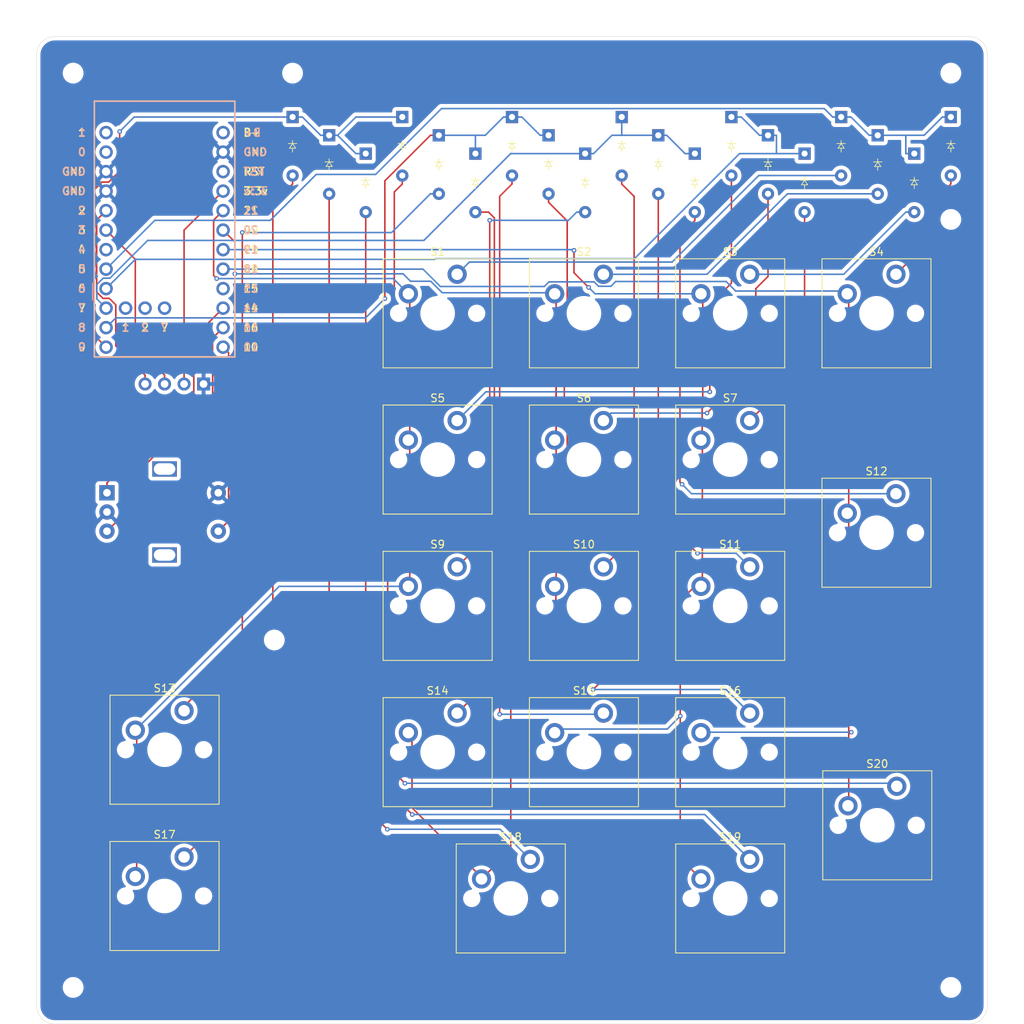
<source format=kicad_pcb>
(kicad_pcb (version 20241229) (generator "pcbnew") (generator_version "9.0")
  (layers (0 "F.Cu" signal) (2 "B.Cu" signal) (13 "F.Paste" user) (15 "B.Paste" user) (5 "F.SilkS" user "F.Silkscreen") (7 "B.SilkS" user "B.Silkscreen") (1 "F.Mask" user) (3 "B.Mask" user) (25 "Edge.Cuts" user))
  (net 0 "")
  (net 1 "ROW 0")
  (net 2 "Net-(D1-A)")
  (net 3 "Net-(D2-A)")
  (net 4 "Net-(D3-A)")
  (net 5 "Net-(D4-A)")
  (net 6 "ROW 1")
  (net 7 "Net-(D5-A)")
  (net 8 "Net-(D6-A)")
  (net 9 "Net-(D7-A)")
  (net 10 "ROW 2")
  (net 11 "Net-(D9-A)")
  (net 12 "Net-(D10-A)")
  (net 13 "Net-(D11-A)")
  (net 14 "Net-(D12-A)")
  (net 15 "Net-(D13-A)")
  (net 16 "ROW 3")
  (net 17 "Net-(D14-A)")
  (net 18 "Net-(D15-A)")
  (net 19 "Net-(D16-A)")
  (net 20 "Net-(D17-A)")
  (net 21 "ROW 4")
  (net 22 "Net-(D18-A)")
  (net 23 "Net-(D19-A)")
  (net 24 "Net-(D20-A)")
  (net 25 "GND")
  (net 26 "SCL")
  (net 27 "SDA")
  (net 28 "VCC")
  (net 29 "COLUMN 0")
  (net 30 "COLUMN 1")
  (net 31 "COLUMN 2")
  (net 32 "COLUMN 3")
  (net 33 "A")
  (net 34 "B")
  (net 35 "S1")
  (footprint "ScottoKeebs_MX:MX_PCB_1.00u" (layer "F.Cu") (at 92.71 119.38)
    (property "Reference" "S5")
    (property "Value" "Keyswitch")
  )
  (footprint "ScottoKeebs_Components:Diode_DO-35" (layer "F.Cu") (at 92.8688 77.1525 -90)
    (property "Reference" "D13" (hide yes))
    (property "Value" "Diode" (hide yes))
  )
  (footprint "ScottoKeebs_MX:MX_PCB_1.00u" (layer "F.Cu") (at 130.81 157.48)
    (property "Reference" "S16")
    (property "Value" "Keyswitch")
  )
  (footprint "ScottoKeebs_Components:Diode_DO-35" (layer "F.Cu") (at 126.2063 79.5337 -90)
    (property "Reference" "D12" (hide yes))
    (property "Value" "Diode" (hide yes))
  )
  (footprint "ScottoKeebs_Components:Diode_DO-35" (layer "F.Cu") (at 159.5438 74.7712 -90)
    (property "Reference" "D4" (hide yes))
    (property "Value" "Diode" (hide yes))
  )
  (footprint "ScottoKeebs_Components:OLED_128x32" (layer "F.Cu") (at 52.43 111.1375 90)
    (property "Reference" "J1" (hide yes))
    (property "Value" "OLED_128x32")
  )
  (footprint "ScottoKeebs_Components:Diode_DO-35" (layer "F.Cu") (at 88.1063 74.7712 -90)
    (property "Reference" "D20" (hide yes))
    (property "Value" "Diode" (hide yes))
  )
  (footprint "ScottoKeebs_Components:Diode_DO-35" (layer "F.Cu") (at 102.3938 74.7712 -90)
    (property "Reference" "D15" (hide yes))
    (property "Value" "Diode" (hide yes))
  )
  (footprint "ScottoKeebs_Components:Diode_DO-35" (layer "F.Cu") (at 111.9188 79.5337 -90)
    (property "Reference" "D9" (hide yes))
    (property "Value" "Diode" (hide yes))
  )
  (footprint "ScottoKeebs_MX:MX_PCB_1.00u" (layer "F.Cu") (at 111.76 119.38)
    (property "Reference" "S6")
    (property "Value" "Keyswitch")
  )
  (footprint "ScottoKeebs_Components:Diode_DO-35" (layer "F.Cu") (at 130.9688 74.7712 -90)
    (property "Reference" "D5" (hide yes))
    (property "Value" "Diode" (hide yes))
  )
  (footprint "ScottoKeebs_Scotto:Encoder_EC11_MX" (layer "F.Cu") (at 57.15 126.2062)
    (property "Reference" "SW1" (hide yes))
    (property "Value" "RotaryEncoder_Switch" (hide yes))
  )
  (footprint "ScottoKeebs_MX:MX_PCB_1.00u" (layer "F.Cu") (at 57.15 176.2125)
    (property "Reference" "S17")
    (property "Value" "Keyswitch")
  )
  (footprint "ScottoKeebs_Components:Diode_DO-35" (layer "F.Cu") (at 154.7813 79.5337 -90)
    (property "Reference" "D3" (hide yes))
    (property "Value" "Diode" (hide yes))
  )
  (footprint "ScottoKeebs_MX:MX_PCB_1.00u" (layer "F.Cu") (at 130.81 100.33)
    (property "Reference" "S3")
    (property "Value" "Keyswitch")
  )
  (footprint "ScottoKeebs_Scotto:Standoff_M2x6mm" (layer "F.Cu") (at 159.5438 69.0562)
    (property "Reference" "H7" (hide yes))
    (property "Value" "Mounting_Hole" (hide yes))
  )
  (footprint "ScottoKeebs_MX:MX_PCB_1.00u" (layer "F.Cu") (at 92.71 138.43)
    (property "Reference" "S9")
    (property "Value" "Keyswitch")
  )
  (footprint "ScottoKeebs_MX:MX_PCB_1.00u" (layer "F.Cu") (at 57.15 157.1625)
    (property "Reference" "S13")
    (property "Value" "Keyswitch")
  )
  (footprint "ScottoKeebs_MX:MX_PCB_1.00u" (layer "F.Cu") (at 111.76 157.48)
    (property "Reference" "S15")
    (property "Value" "Keyswitch")
  )
  (footprint "ScottoKeebs_Scotto:Standoff_M2x6mm" (layer "F.Cu") (at 45.2438 69.0562)
    (property "Reference" "H2" (hide yes))
    (property "Value" "Mounting_Hole" (hide yes))
  )
  (footprint "ScottoKeebs_MX:MX_PCB_1.00u" (layer "F.Cu") (at 92.71 157.48)
    (property "Reference" "S14")
    (property "Value" "Keyswitch")
  )
  (footprint "ScottoKeebs_MX:MX_PCB_2.00u_90deg" (layer "F.Cu") (at 149.86 128.905)
    (property "Reference" "S12")
    (property "Value" "Keyswitch")
  )
  (footprint "ScottoKeebs_Components:Diode_DO-35" (layer "F.Cu") (at 135.7313 77.1525 -90)
    (property "Reference" "D6" (hide yes))
    (property "Value" "Diode" (hide yes))
  )
  (footprint "ScottoKeebs_Components:Diode_DO-35" (layer "F.Cu") (at 116.6813 74.7712 -90)
    (property "Reference" "D10" (hide yes))
    (property "Value" "Diode" (hide yes))
  )
  (footprint "ScottoKeebs_MX:MX_PCB_1.00u" (layer "F.Cu") (at 92.71 100.33)
    (property "Reference" "S1")
    (property "Value" "Keyswitch")
  )
  (footprint "ScottoKeebs_Components:Diode_DO-35" (layer "F.Cu") (at 107.1563 77.1525 -90)
    (property "Reference" "D16" (hide yes))
    (property "Value" "Diode" (hide yes))
  )
  (footprint "ScottoKeebs_MX:MX_PCB_2.00u_90deg" (layer "F.Cu") (at 149.96 167.005)
    (property "Reference" "S20")
    (property "Value" "Keyswitch")
  )
  (footprint "ScottoKeebs_Scotto:Standoff_M2x6mm" (layer "F.Cu") (at 159.5438 88.1062)
    (property "Reference" "H8" (hide yes))
    (property "Value" "Mounting_Hole" (hide yes))
  )
  (footprint "ScottoKeebs_MX:MX_PCB_1.00u" (layer "F.Cu") (at 130.81 138.43)
    (property "Reference" "S11")
    (property "Value" "Keyswitch")
  )
  (footprint "ScottoKeebs_MX:MX_PCB_1.00u" (layer "F.Cu") (at 149.86 100.33)
    (property "Reference" "S4")
    (property "Value" "Keyswitch")
  )
  (footprint "ScottoKeebs_Components:Diode_DO-35" (layer "F.Cu") (at 83.3438 79.5337 -90)
    (property "Reference" "D19" (hide yes))
    (property "Value" "Diode" (hide yes))
  )
  (footprint "ScottoKeebs_Scotto:Standoff_M2x6mm" (layer "F.Cu") (at 73.8188 69.0562)
    (property "Reference" "H5" (hide yes))
    (property "Value" "Mounting_Hole" (hide yes))
  )
  (footprint "ScottoKeebs_MX:MX_PCB_2.00u" (layer "F.Cu") (at 102.235 176.53)
    (property "Reference" "S18")
    (property "Value" "Keyswitch")
  )
  (footprint "ScottoKeebs_Scotto:Standoff_M2x6mm" (layer "F.Cu") (at 45.2438 188.1187)
    (property "Reference" "H1" (hide yes))
    (property "Value" "Mounting_Hole" (hide yes))
  )
  (footprint "ScottoKeebs_MX:MX_PCB_1.00u" (layer "F.Cu") (at 130.81 119.38)
    (property "Reference" "S7")
    (property "Value" "Keyswitch")
  )
  (footprint "ScottoKeebs_MX:MX_PCB_1.00u" (layer "F.Cu") (at 130.81 176.53)
    (property "Reference" "S19")
    (property "Value" "Keyswitch")
  )
  (footprint "ScottoKeebs_Components:Diode_DO-35" (layer "F.Cu") (at 145.2563 74.7712 -90)
    (property "Reference" "D1" (hide yes))
    (property "Value" "Diode" (hide yes))
  )
  (footprint "ScottoKeebs_Components:Diode_DO-35" (layer "F.Cu") (at 97.6313 79.5337 -90)
    (property "Reference" "D14" (hide yes))
    (property "Value" "Diode" (hide yes))
  )
  (footprint "ScottoKeebs_Components:Diode_DO-35" (layer "F.Cu") (at 121.4438 77.1525 -90)
    (property "Reference" "D11" (hide yes))
    (property "Value" "Diode" (hide yes))
  )
  (footprint "ScottoKeebs_Components:Diode_DO-35" (layer "F.Cu") (at 140.4938 79.5337 -90)
    (property "Reference" "D7" (hide yes))
    (property "Value" "Diode" (hide yes))
  )
  (footprint "ScottoKeebs_Scotto:Standoff_M2x6mm" (layer "F.Cu") (at 159.5438 188.1187)
    (property "Reference" "H4" (hide yes))
    (property "Value" "Mounting_Hole" (hide yes))
  )
  (footprint "ScottoKeebs_Components:Diode_DO-35" (layer "F.Cu") (at 78.5813 77.1525 -90)
    (property "Reference" "D18" (hide yes))
    (property "Value" "Diode" (hide yes))
  )
  (footprint "ScottoKeebs_Components:Diode_DO-35" (layer "F.Cu") (at 150.0188 77.1525 -90)
    (property "Reference" "D2" (hide yes))
    (property "Value" "Diode" (hide yes))
  )
  (footprint "ScottoKeebs_MX:MX_PCB_1.00u" (layer "F.Cu") (at 111.76 138.43)
    (property "Reference" "S10")
    (property "Value" "Keyswitch")
  )
  (footprint "ScottoKeebs_Components:Diode_DO-35" (layer "F.Cu") (at 73.8188 74.7712 -90)
    (property "Reference" "D17" (hide yes))
    (property "Value" "Diode" (hide yes))
  )
  (footprint "ScottoKeebs_Scotto:Standoff_M2x6mm" (layer "F.Cu") (at 71.4375 142.875)
    (property "Reference" "H3" (hide yes))
    (property "Value" "Mounting_Hole" (hide yes))
  )
  (footprint "ScottoKeebs_MX:MX_PCB_1.00u" (layer "F.Cu") (at 111.76 100.33)
    (property "Reference" "S2")
    (property "Value" "Keyswitch")
  )
  (footprint "ScottoKeebs_Scotto:Standoff_M2x6mm" (layer "F.Cu") (at 73.8188 88.1062)
    (property "Reference" "H6" (hide yes))
    (property "Value" "Mounting_Hole" (hide yes))
  )
  (footprint "ScottoKeebs_MCU:Nice_Nano_V2" (layer "F.Cu") (at 57.15 90.4875)
    (property "Reference" "U1" (hide yes))
    (property "Value" "Nice_Nano_V2" (hide yes))
  )
  (gr_line (start 164.30625 66.675) (end 164.30625 190.5) (stroke (width 0.05)) (layer "Edge.Cuts"))
  (gr_arc (start 164.30625 190.5) (mid 163.608798 192.183798) (end 161.925 192.88125) (stroke (width 0.05)) (layer "Edge.Cuts"))
  (gr_arc (start 161.925 64.29375) (mid 163.608798 64.991202) (end 164.30625 66.675) (stroke (width 0.05)) (layer "Edge.Cuts"))
  (gr_line (start 42.8625 64.29375) (end 161.925 64.29375) (stroke (width 0.05)) (layer "Edge.Cuts"))
  (gr_arc (start 40.48125 66.675) (mid 41.178702 64.991202) (end 42.8625 64.29375) (stroke (width 0.05)) (layer "Edge.Cuts"))
  (gr_arc (start 42.8625 192.88125) (mid 41.178702 192.183798) (end 40.48125 190.5) (stroke (width 0.05)) (layer "Edge.Cuts"))
  (gr_line (start 161.925 192.88125) (end 42.8625 192.88125) (stroke (width 0.05)) (layer "Edge.Cuts"))
  (gr_line (start 40.48125 190.5) (end 40.48125 66.675) (stroke (width 0.05)) (layer "Edge.Cuts"))
  (segment (start 153.6796 77.1525) (end 156.0608 77.1525) (width 0.2) (layer "B.Cu") (net 1))
  (segment (start 159.5438 74.7712) (end 158.4421 74.7712) (width 0.2) (layer "B.Cu") (net 1))
  (segment (start 49.53 94.5775) (end 55.88 88.2275) (width 0.2) (layer "B.Cu") (net 1))
  (segment (start 145.2563 74.7712) (end 146.358 74.7712) (width 0.2) (layer "B.Cu") (net 1))
  (segment (start 93.214 73.6695) (end 143.0529 73.6695) (width 0.2) (layer "B.Cu") (net 1))
  (segment (start 145.2563 74.7712) (end 144.1546 74.7712) (width 0.2) (layer "B.Cu") (net 1))
  (segment (start 143.0529 73.6695) (end 144.1546 74.7712) (width 0.2) (layer "B.Cu") (net 1))
  (segment (start 153.6796 79.5337) (end 153.6796 77.1525) (width 0.2) (layer "B.Cu") (net 1))
  (segment (start 76.9002 82.2467) (end 84.6368 82.2467) (width 0.2) (layer "B.Cu") (net 1))
  (segment (start 156.0608 77.1525) (end 158.4421 74.7712) (width 0.2) (layer "B.Cu") (net 1))
  (segment (start 148.9171 77.1525) (end 146.5358 74.7712) (width 0.2) (layer "B.Cu") (net 1))
  (segment (start 154.7813 79.5337) (end 153.6796 79.5337) (width 0.2) (layer "B.Cu") (net 1))
  (segment (start 84.6368 82.2467) (end 93.214 73.6695) (width 0.2) (layer "B.Cu") (net 1))
  (segment (start 150.0188 77.1525) (end 153.6796 77.1525) (width 0.2) (layer "B.Cu") (net 1))
  (segment (start 55.88 88.2275) (end 70.9194 88.2275) (width 0.2) (layer "B.Cu") (net 1))
  (segment (start 70.9194 88.2275) (end 76.9002 82.2467) (width 0.2) (layer "B.Cu") (net 1))
  (segment (start 146.5358 74.7712) (end 146.358 74.7712) (width 0.2) (layer "B.Cu") (net 1))
  (segment (start 150.0188 77.1525) (end 148.9171 77.1525) (width 0.2) (layer "B.Cu") (net 1))
  (segment (start 96.8432 93.6568) (end 95.25 95.25) (width 0.2) (layer "B.Cu") (net 2))
  (segment (start 145.2563 82.3912) (end 134.5194 82.3912) (width 0.2) (layer "B.Cu") (net 2))
  (segment (start 123.2538 93.6568) (end 96.8432 93.6568) (width 0.2) (layer "B.Cu") (net 2))
  (segment (start 134.5194 82.3912) (end 123.2538 93.6568) (width 0.2) (layer "B.Cu") (net 2))
  (segment (start 114.3 95.25) (end 127.7867 95.25) (width 0.2) (layer "B.Cu") (net 3))
  (segment (start 127.7867 95.25) (end 138.2642 84.7725) (width 0.2) (layer "B.Cu") (net 3))
  (segment (start 138.2642 84.7725) (end 150.0188 84.7725) (width 0.2) (layer "B.Cu") (net 3))
  (segment (start 154.7813 87.1537) (end 153.6796 87.1537) (width 0.2) (layer "B.Cu") (net 4))
  (segment (start 145.5833 95.25) (end 153.6796 87.1537) (width 0.2) (layer "B.Cu") (net 4))
  (segment (start 133.35 95.25) (end 145.5833 95.25) (width 0.2) (layer "B.Cu") (net 4))
  (segment (start 157.3579 90.2921) (end 152.4 95.25) (width 0.2) (layer "F.Cu") (net 5))
  (segment (start 159.5438 83.4929) (end 157.3579 85.6788) (width 0.2) (layer "F.Cu") (net 5))
  (segment (start 157.3579 85.6788) (end 157.3579 90.2921) (width 0.2) (layer "F.Cu") (net 5))
  (segment (start 159.5438 82.3912) (end 159.5438 83.4929) (width 0.2) (layer "F.Cu") (net 5))
  (segment (start 53.34 93.3075) (end 92.3272 93.3075) (width 0.2) (layer "B.Cu") (net 6))
  (segment (start 118.346 93.214) (end 132.0263 79.5337) (width 0.2) (layer "B.Cu") (net 6))
  (segment (start 92.4207 93.214) (end 118.346 93.214) (width 0.2) (layer "B.Cu") (net 6))
  (segment (start 132.2483 74.7712) (end 134.6296 77.1525) (width 0.2) (layer "B.Cu") (net 6))
  (segment (start 130.9688 74.7712) (end 132.2483 74.7712) (width 0.2) (layer "B.Cu") (net 6))
  (segment (start 92.3272 93.3075) (end 92.4207 93.214) (width 0.2) (layer "B.Cu") (net 6))
  (segment (start 136.833 77.1525) (end 136.833 79.5337) (width 0.2) (layer "B.Cu") (net 6))
  (segment (start 135.7313 77.1525) (end 136.833 77.1525) (width 0.2) (layer "B.Cu") (net 6))
  (segment (start 140.4938 79.5337) (end 136.833 79.5337) (width 0.2) (layer "B.Cu") (net 6))
  (segment (start 49.53 97.1175) (end 53.34 93.3075) (width 0.2) (layer "B.Cu") (net 6))
  (segment (start 135.7313 77.1525) (end 134.6296 77.1525) (width 0.2) (layer "B.Cu") (net 6))
  (segment (start 132.0263 79.5337) (end 136.833 79.5337) (width 0.2) (layer "B.Cu") (net 6))
  (segment (start 130.9688 96.4081) (end 128.1531 99.2238) (width 0.2) (layer "F.Cu") (net 7))
  (segment (start 128.1531 99.2238) (end 128.1531 110.5556) (width 0.2) (layer "F.Cu") (net 7))
  (segment (start 130.9688 82.3912) (end 130.9688 96.4081) (width 0.2) (layer "F.Cu") (net 7))
  (via (at 128.1531 110.5556) (size 0.6) (drill 0.3) (layers "F.Cu" "B.Cu") (net 7))
  (segment (start 98.9944 110.5556) (end 95.25 114.3) (width 0.2) (layer "B.Cu") (net 7))
  (segment (start 128.1531 110.5556) (end 98.9944 110.5556) (width 0.2) (layer "B.Cu") (net 7))
  (segment (start 135.7313 95.5337) (end 134.1456 97.1194) (width 0.2) (layer "F.Cu") (net 8))
  (segment (start 135.7313 84.7725) (end 135.7313 95.5337) (width 0.2) (layer "F.Cu") (net 8))
  (segment (start 134.1456 106.96) (end 127.7842 113.3214) (width 0.2) (layer "F.Cu") (net 8))
  (segment (start 134.1456 97.1194) (end 134.1456 106.96) (width 0.2) (layer "F.Cu") (net 8))
  (via (at 127.7842 113.3214) (size 0.6) (drill 0.3) (layers "F.Cu" "B.Cu") (net 8))
  (segment (start 115.2786 113.3214) (end 114.3 114.3) (width 0.2) (layer "B.Cu") (net 8))
  (segment (start 127.7842 113.3214) (end 115.2786 113.3214) (width 0.2) (layer "B.Cu") (net 8))
  (segment (start 140.4938 107.1562) (end 133.35 114.3) (width 0.2) (layer "F.Cu") (net 9))
  (segment (start 140.4938 87.1537) (end 140.4938 107.1562) (width 0.2) (layer "F.Cu") (net 9))
  (segment (start 112.4697 79.5337) (end 111.9188 79.5337) (width 0.2) (layer "B.Cu") (net 10))
  (segment (start 111.9188 79.5337) (end 102.2255 79.5337) (width 0.2) (layer "B.Cu") (net 10))
  (segment (start 112.4697 79.5337) (end 113.0205 79.5337) (width 0.2) (layer "B.Cu") (net 10))
  (segment (start 90.9187 90.8405) (end 54.9486 90.8405) (width 0.2) (layer "B.Cu") (net 10))
  (segment (start 116.6813 77.1525) (end 115.4017 77.1525) (width 0.2) (layer "B.Cu") (net 10))
  (segment (start 115.4017 77.1525) (end 113.0205 79.5337) (width 0.2) (layer "B.Cu") (net 10))
  (segment (start 102.2255 79.5337) (end 90.9187 90.8405) (width 0.2) (layer "B.Cu") (net 10))
  (segment (start 120.893 77.1525) (end 116.6813 77.1525) (width 0.2) (layer "B.Cu") (net 10))
  (segment (start 124.9267 79.5337) (end 122.5455 77.1525) (width 0.2) (layer "B.Cu") (net 10))
  (segment (start 126.2063 79.5337) (end 124.9267 79.5337) (width 0.2) (layer "B.Cu") (net 10))
  (segment (start 48.3328 96.579) (end 48.3328 98.4603) (width 0.2) (layer "B.Cu") (net 10))
  (segment (start 50.0336 95.7555) (end 49.1563 95.7555) (width 0.2) (layer "B.Cu") (net 10))
  (segment (start 121.4438 77.1525) (end 122.5455 77.1525) (width 0.2) (layer "B.Cu") (net 10))
  (segment (start 49.1563 95.7555) (end 48.3328 96.579) (width 0.2) (layer "B.Cu") (net 10))
  (segment (start 54.9486 90.8405) (end 50.0336 95.7555) (width 0.2) (layer "B.Cu") (net 10))
  (segment (start 121.4438 77.1525) (end 120.893 77.1525) (width 0.2) (layer "B.Cu") (net 10))
  (segment (start 48.3328 98.4603) (end 49.53 99.6575) (width 0.2) (layer "B.Cu") (net 10))
  (segment (start 116.6813 74.7712) (end 116.6813 77.1525) (width 0.2) (layer "B.Cu") (net 10))
  (segment (start 99.4929 129.1071) (end 99.4929 88.2246) (width 0.2) (layer "F.Cu") (net 11))
  (segment (start 95.25 133.35) (end 99.4929 129.1071) (width 0.2) (layer "F.Cu") (net 11))
  (via (at 99.4929 88.2246) (size 0.6) (drill 0.3) (layers "F.Cu" "B.Cu") (net 11))
  (segment (start 111.9188 87.1537) (end 110.8171 87.1537) (width 0.2) (layer "B.Cu") (net 11))
  (segment (start 99.4929 88.2246) (end 109.7462 88.2246) (width 0.2) (layer "B.Cu") (net 11))
  (segment (start 109.7462 88.2246) (end 110.8171 87.1537) (width 0.2) (layer "B.Cu") (net 11))
  (segment (start 118.2954 129.3546) (end 114.3 133.35) (width 0.2) (layer "F.Cu") (net 12))
  (segment (start 116.6813 83.4929) (end 118.2954 85.107) (width 0.2) (layer "F.Cu") (net 12))
  (segment (start 118.2954 85.107) (end 118.2954 129.3546) (width 0.2) (layer "F.Cu") (net 12))
  (segment (start 116.6813 82.3912) (end 116.6813 83.4929) (width 0.2) (layer "F.Cu") (net 12))
  (segment (start 121.4438 84.7725) (end 121.4438 126.4745) (width 0.2) (layer "F.Cu") (net 13))
  (segment (start 121.4438 126.4745) (end 126.5507 131.5814) (width 0.2) (layer "F.Cu") (net 13))
  (via (at 126.5507 131.5814) (size 0.6) (drill 0.3) (layers "F.Cu" "B.Cu") (net 13))
  (segment (start 131.5814 131.5814) (end 133.35 133.35) (width 0.2) (layer "B.Cu") (net 13))
  (segment (start 126.5507 131.5814) (end 131.5814 131.5814) (width 0.2) (layer "B.Cu") (net 13))
  (segment (start 124.267 90.1947) (end 126.2063 88.2554) (width 0.2) (layer "F.Cu") (net 14))
  (segment (start 124.5417 122.5961) (end 124.267 122.3214) (width 0.2) (layer "F.Cu") (net 14))
  (segment (start 124.267 122.3214) (end 124.267 90.1947) (width 0.2) (layer "F.Cu") (net 14))
  (segment (start 126.2063 87.1537) (end 126.2063 88.2554) (width 0.2) (layer "F.Cu") (net 14))
  (via (at 124.5417 122.5961) (size 0.6) (drill 0.3) (layers "F.Cu" "B.Cu") (net 14))
  (segment (start 125.7706 123.825) (end 124.5417 122.5961) (width 0.2) (layer "B.Cu") (net 14))
  (segment (start 152.4 123.825) (end 125.7706 123.825) (width 0.2) (layer "B.Cu") (net 14))
  (segment (start 67.2734 89.8127) (end 67.2733 89.8127) (width 0.2) (layer "F.Cu") (net 15))
  (segment (start 67.2733 143.9312) (end 59.69 151.5145) (width 0.2) (layer "F.Cu") (net 15))
  (segment (start 59.69 151.5145) (end 59.69 152.0825) (width 0.2) (layer "F.Cu") (net 15))
  (segment (start 67.2733 89.8127) (end 67.2733 143.9312) (width 0.2) (layer "F.Cu") (net 15))
  (via (at 67.2734 89.8127) (size 0.6) (drill 0.3) (layers "F.Cu" "B.Cu") (net 15))
  (segment (start 86.7269 89.8127) (end 91.7671 84.7725) (width 0.2) (layer "B.Cu") (net 15))
  (segment (start 92.8688 84.7725) (end 91.7671 84.7725) (width 0.2) (layer "B.Cu") (net 15))
  (segment (start 67.2734 89.8127) (end 86.7269 89.8127) (width 0.2) (layer "B.Cu") (net 15))
  (segment (start 85.8378 83.0818) (end 85.8378 98.4186) (width 0.2) (layer "F.Cu") (net 16))
  (segment (start 92.8688 77.1525) (end 91.7671 77.1525) (width 0.2) (layer "F.Cu") (net 16))
  (segment (start 91.7671 77.1525) (end 85.8378 83.0818) (width 0.2) (layer "F.Cu") (net 16))
  (via (at 85.8378 98.4186) (size 0.6) (drill 0.3) (layers "F.Cu" "B.Cu") (net 16))
  (segment (start 102.3938 74.7712) (end 101.2921 74.7712) (width 0.2) (layer "B.Cu") (net 16))
  (segment (start 83.3289 100.9275) (end 50.8 100.9275) (width 0.2) (layer "B.Cu") (net 16))
  (segment (start 92.8688 77.1525) (end 97.6313 77.1525) (width 0.2) (layer "B.Cu") (net 16))
  (segment (start 98.9108 77.1525) (end 101.2921 74.7712) (width 0.2) (layer "B.Cu") (net 16))
  (segment (start 50.8 100.9275) (end 49.53 102.1975) (width 0.2) (layer "B.Cu") (net 16))
  (segment (start 102.3938 74.7712) (end 103.6733 74.7712) (width 0.2) (layer "B.Cu") (net 16))
  (segment (start 97.6313 77.1525) (end 98.9108 77.1525) (width 0.2) (layer "B.Cu") (net 16))
  (segment (start 97.6313 79.5337) (end 97.6313 77.1525) (width 0.2) (layer "B.Cu") (net 16))
  (segment (start 103.6733 74.7712) (end 106.0546 77.1525) (width 0.2) (layer "B.Cu") (net 16))
  (segment (start 85.8378 98.4186) (end 83.3289 100.9275) (width 0.2) (layer "B.Cu") (net 16))
  (segment (start 107.1563 77.1525) (end 106.0546 77.1525) (width 0.2) (layer "B.Cu") (net 16))
  (segment (start 97.6313 87.1537) (end 99.3444 87.1537) (width 0.2) (layer "F.Cu") (net 17))
  (segment (start 99.3444 87.1537) (end 100.0979 87.9072) (width 0.2) (layer "F.Cu") (net 17))
  (segment (start 100.0979 87.9072) (end 100.0979 147.5521) (width 0.2) (layer "F.Cu") (net 17))
  (segment (start 100.0979 147.5521) (end 95.25 152.4) (width 0.2) (layer "F.Cu") (net 17))
  (segment (start 102.3938 82.3912) (end 102.3938 83.4929) (width 0.2) (layer "F.Cu") (net 18))
  (segment (start 100.7881 85.0986) (end 100.7881 152.5471) (width 0.2) (layer "F.Cu") (net 18))
  (segment (start 102.3938 83.4929) (end 100.7881 85.0986) (width 0.2) (layer "F.Cu") (net 18))
  (via (at 100.7881 152.5471) (size 0.6) (drill 0.3) (layers "F.Cu" "B.Cu") (net 18))
  (segment (start 100.7881 152.5471) (end 114.1529 152.5471) (width 0.2) (layer "B.Cu") (net 18))
  (segment (start 114.1529 152.5471) (end 114.3 152.4) (width 0.2) (layer "B.Cu") (net 18))
  (segment (start 109.5818 88.2997) (end 109.5818 98.7451) (width 0.2) (layer "F.Cu") (net 19))
  (segment (start 114.3469 147.9348) (end 112.9594 149.3223) (width 0.2) (layer "F.Cu") (net 19))
  (segment (start 109.5818 115.5477) (end 109.5818 117.7951) (width 0.2) (layer "F.Cu") (net 19))
  (segment (start 109.5818 98.7451) (end 109.2071 99.1198) (width 0.2) (layer "F.Cu") (net 19))
  (segment (start 109.5818 117.7951) (end 109.2063 118.1706) (width 0.2) (layer "F.Cu") (net 19))
  (segment (start 109.2063 132.1888) (end 114.3469 137.3294) (width 0.2) (layer "F.Cu") (net 19))
  (segment (start 114.3469 137.3294) (end 114.3469 147.9348) (width 0.2) (layer "F.Cu") (net 19))
  (segment (start 107.1563 85.8742) (end 109.5818 88.2997) (width 0.2) (layer "F.Cu") (net 19))
  (segment (start 109.2063 118.1706) (end 109.2063 132.1888) (width 0.2) (layer "F.Cu") (net 19))
  (segment (start 109.2071 115.173) (end 109.5818 115.5477) (width 0.2) (layer "F.Cu") (net 19))
  (segment (start 109.2071 99.1198) (end 109.2071 115.173) (width 0.2) (layer "F.Cu") (net 19))
  (segment (start 107.1563 84.7725) (end 107.1563 85.8742) (width 0.2) (layer "F.Cu") (net 19))
  (via (at 112.9594 149.3223) (size 0.6) (drill 0.3) (layers "F.Cu" "B.Cu") (net 19))
  (segment (start 112.9594 149.3223) (end 130.2723 149.3223) (width 0.2) (layer "B.Cu") (net 19))
  (segment (start 130.2723 149.3223) (end 133.35 152.4) (width 0.2) (layer "B.Cu") (net 19))
  (segment (start 65.9508 164.8717) (end 65.9508 145.9249) (width 0.2) (layer "F.Cu") (net 20))
  (segment (start 73.8188 82.3912) (end 73.8188 83.4929) (width 0.2) (layer "F.Cu") (net 20))
  (segment (start 59.69 171.1325) (end 65.9508 164.8717) (width 0.2) (layer "F.Cu") (net 20))
  (segment (start 71.2502 140.6255) (end 71.2502 86.0615) (width 0.2) (layer "F.Cu") (net 20))
  (segment (start 71.2502 86.0615) (end 73.8188 83.4929) (width 0.2) (layer "F.Cu") (net 20))
  (segment (start 65.9508 145.9249) (end 71.2502 140.6255) (width 0.2) (layer "F.Cu") (net 20))
  (segment (start 47.9086 103.1161) (end 49.53 104.7375) (width 0.2) (layer "F.Cu") (net 21))
  (segment (start 51.2998 76.6663) (end 51.2998 81.8172) (width 0.2) (layer "F.Cu") (net 21))
  (segment (start 49.0006 83.2395) (end 47.9086 84.3315) (width 0.2) (layer "F.Cu") (net 21))
  (segment (start 51.2998 81.8172) (end 49.8775 83.2395) (width 0.2) (layer "F.Cu") (net 21))
  (segment (start 47.9086 84.3315) (end 47.9086 103.1161) (width 0.2) (layer "F.Cu") (net 21))
  (segment (start 49.8775 83.2395) (end 49.0006 83.2395) (width 0.2) (layer "F.Cu") (net 21))
  (via (at 51.2998 76.6663) (size 0.6) (drill 0.3) (layers "F.Cu" "B.Cu") (net 21))
  (segment (start 82.0642 79.5337) (end 79.683 77.1525) (width 0.2) (layer "B.Cu") (net 21))
  (segment (start 88.1063 74.7712) (end 82.0643 74.7712) (width 0.2) (layer "B.Cu") (net 21))
  (segment (start 78.5813 77.1525) (end 77.4796 77.1525) (width 0.2) (layer "B.Cu") (net 21))
  (segment (start 53.1949 74.7712) (end 73.8188 74.7712) (width 0.2) (layer "B.Cu") (net 21))
  (segment (start 51.2998 76.6663) (end 53.1949 74.7712) (width 0.2) (layer "B.Cu") (net 21))
  (segment (start 83.3438 79.5337) (end 82.0642 79.5337) (width 0.2) (layer "B.Cu") (net 21))
  (segment (start 78.5813 77.1525) (end 79.683 77.1525) (width 0.2) (layer "B.Cu") (net 21))
  (segment (start 82.0643 74.7712) (end 79.683 77.1525) (width 0.2) (layer "B.Cu") (net 21))
  (segment (start 75.0983 74.7712) (end 77.4796 77.1525) (width 0.2) (layer "B.Cu") (net 21))
  (segment (start 73.8188 74.7712) (end 75.0983 74.7712) (width 0.2) (layer "B.Cu") (net 21))
  (segment (start 78.5813 84.7725) (end 78.5813 159.9512) (width 0.2) (layer "F.Cu") (net 22))
  (segment (start 78.5813 159.9512) (end 86.1527 167.5226) (width 0.2) (layer "F.Cu") (net 22))
  (via (at 86.1527 167.5226) (size 0.6) (drill 0.3) (layers "F.Cu" "B.Cu") (net 22))
  (segment (start 100.8476 167.5226) (end 104.775 171.45) (width 0.2) (layer "B.Cu") (net 22))
  (segment (start 86.1527 167.5226) (end 100.8476 167.5226) (width 0.2) (layer "B.Cu") (net 22))
  (segment (start 83.3438 87.1537) (end 83.3438 159.5429) (width 0.2) (layer "F.Cu") (net 23))
  (segment (start 83.3438 159.5429) (end 89.4039 165.603) (width 0.2) (layer "F.Cu") (net 23))
  (via (at 89.4039 165.603) (size 0.6) (drill 0.3) (layers "F.Cu" "B.Cu") (net 23))
  (segment (start 89.4039 165.603) (end 127.503 165.603) (width 0.2) (layer "B.Cu") (net 23))
  (segment (start 127.503 165.603) (end 133.35 171.45) (width 0.2) (layer "B.Cu") (net 23))
  (segment (start 87.0661 84.5331) (end 87.0661 98.8763) (width 0.2) (layer "F.Cu") (net 24))
  (segment (start 86.2031 159.2836) (end 88.4519 161.5324) (width 0.2) (layer "F.Cu") (net 24))
  (segment (start 88.1063 82.3912) (end 88.1063 83.4929) (width 0.2) (layer "F.Cu") (net 24))
  (segment (start 87.0661 98.8763) (end 86.2031 99.7393) (width 0.2) (layer "F.Cu") (net 24))
  (segment (start 88.1063 83.4929) (end 87.0661 84.5331) (width 0.2) (layer "F.Cu") (net 24))
  (segment (start 86.2031 99.7393) (end 86.2031 159.2836) (width 0.2) (layer "F.Cu") (net 24))
  (via (at 88.4519 161.5324) (size 0.6) (drill 0.3) (layers "F.Cu" "B.Cu") (net 24))
  (segment (start 152.1074 161.5324) (end 152.5 161.925) (width 0.2) (layer "B.Cu") (net 24))
  (segment (start 88.4519 161.5324) (end 152.1074 161.5324) (width 0.2) (layer "B.Cu") (net 24))
  (segment (start 57.15 109.5375) (end 57.15 108.3858) (width 0.2) (layer "F.Cu") (net 26))
  (segment (start 49.53 89.4975) (end 53.34 93.3075) (width 0.2) (layer "F.Cu") (net 26))
  (segment (start 53.34 93.3075) (end 53.34 104.5758) (width 0.2) (layer "F.Cu") (net 26))
  (segment (start 53.34 104.5758) (end 57.15 108.3858) (width 0.2) (layer "F.Cu") (net 26))
  (segment (start 50.8 99.2347) (end 49.9528 98.3875) (width 0.2) (layer "F.Cu") (net 27))
  (segment (start 54.61 108.3858) (end 50.8 104.5758) (width 0.2) (layer "F.Cu") (net 27))
  (segment (start 49.1274 98.3875) (end 48.3103 97.5704) (width 0.2) (layer "F.Cu") (net 27))
  (segment (start 48.3103 88.1772) (end 49.53 86.9575) (width 0.2) (layer "F.Cu") (net 27))
  (segment (start 49.9528 98.3875) (end 49.1274 98.3875) (width 0.2) (layer "F.Cu") (net 27))
  (segment (start 54.61 109.5375) (end 54.61 108.3858) (width 0.2) (layer "F.Cu") (net 27))
  (segment (start 48.3103 97.5704) (end 48.3103 88.1772) (width 0.2) (layer "F.Cu") (net 27))
  (segment (start 50.8 104.5758) (end 50.8 99.2347) (width 0.2) (layer "F.Cu") (net 27))
  (segment (start 59.69 89.4975) (end 59.69 109.5375) (width 0.2) (layer "F.Cu") (net 28))
  (segment (start 64.77 84.4175) (end 59.69 89.4975) (width 0.2) (layer "F.Cu") (net 28))
  (segment (start 63.5387 95.4089) (end 63.5387 88.1888) (width 0.2) (layer "F.Cu") (net 29))
  (segment (start 53.34 173.6725) (end 53.5179 173.4946) (width 0.2) (layer "F.Cu") (net 29))
  (segment (start 63.5387 88.1888) (end 64.77 86.9575) (width 0.2) (layer "F.Cu") (net 29))
  (segment (start 53.5179 173.4946) (end 53.5179 154.8004) (width 0.2) (layer "F.Cu") (net 29))
  (segment (start 53.5179 154.8004) (end 53.34 154.6225) (width 0.2) (layer "F.Cu") (net 29))
  (segment (start 88.9 97.79) (end 89.0779 97.9679) (width 0.2) (layer "F.Cu") (net 29))
  (segment (start 89.0779 116.6621) (end 88.9 116.84) (width 0.2) (layer "F.Cu") (net 29))
  (segment (start 88.9 116.84) (end 89.0779 117.0179) (width 0.2) (layer "F.Cu") (net 29))
  (segment (start 89.0779 117.0179) (end 89.0779 135.7121) (width 0.2) (layer "F.Cu") (net 29))
  (segment (start 89.0779 135.7121) (end 88.9 135.89) (width 0.2) (layer "F.Cu") (net 29))
  (segment (start 89.0779 97.9679) (end 89.0779 116.6621) (width 0.2) (layer "F.Cu") (net 29))
  (segment (start 63.9355 95.8057) (end 63.5387 95.4089) (width 0.2) (layer "F.Cu") (net 29))
  (via (at 63.9355 95.8057) (size 0.6) (drill 0.3) (layers "F.Cu" "B.Cu") (net 29))
  (segment (start 53.34 154.6225) (end 72.0725 135.89) (width 0.2) (layer "B.Cu") (net 29))
  (segment (start 63.9355 95.8057) (end 86.9157 95.8057) (width 0.2) (layer "B.Cu") (net 29))
  (segment (start 86.9157 95.8057) (end 88.9 97.79) (width 0.2) (layer "B.Cu") (net 29))
  (segment (start 72.0725 135.89) (end 88.9 135.89) (width 0.2) (layer "B.Cu") (net 29))
  (segment (start 108.1067 140.4636) (end 108.1067 136.0467) (width 0.2) (layer "F.Cu") (net 30))
  (segment (start 108.1394 135.7006) (end 107.95 135.89) (width 0.2) (layer "F.Cu") (net 30))
  (segment (start 102.235 170.18) (end 102.235 146.3353) (width 0.2) (layer "F.Cu") (net 30))
  (segment (start 102.235 146.3353) (end 108.1067 140.4636) (width 0.2) (layer "F.Cu") (net 30))
  (segment (start 98.425 173.7732) (end 89.3746 164.7228) (width 0.2) (layer "F.Cu") (net 30))
  (segment (start 108.1394 97.9794) (end 108.1394 107.315) (width 0.2) (layer "F.Cu") (net 30))
  (segment (start 66.3023 91.0298) (end 64.77 89.4975) (width 0.2) (layer "F.Cu") (net 30))
  (segment (start 98.425 173.99) (end 102.235 170.18) (width 0.2) (layer "F.Cu") (net 30))
  (segment (start 89.3746 155.4146) (end 88.9 154.94) (width 0.2) (layer "F.Cu") (net 30))
  (segment (start 108.1394 107.315) (end 108.1394 116.6506) (width 0.2) (layer "F.Cu") (net 30))
  (segment (start 107.95 97.79) (end 108.1394 97.9794) (width 0.2) (layer "F.Cu") (net 30))
  (segment (start 89.3746 164.7228) (end 89.3746 155.4146) (width 0.2) (layer "F.Cu") (net 30))
  (segment (start 98.425 173.99) (end 98.425 173.7732) (width 0.2) (layer "F.Cu") (net 30))
  (segment (start 108.1394 116.6506) (end 107.95 116.84) (width 0.2) (layer "F.Cu") (net 30))
  (segment (start 108.1394 107.315) (end 108.1394 135.7006) (width 0.2) (layer "F.Cu") (net 30))
  (segment (start 108.1067 136.0467) (end 107.95 135.89) (width 0.2) (layer "F.Cu") (net 30))
  (segment (start 66.3023 95.1916) (end 66.3023 91.0298) (width 0.2) (layer "F.Cu") (net 30))
  (via (at 66.3023 95.1916) (size 0.6) (drill 0.3) (layers "F.Cu" "B.Cu") (net 30))
  (segment (start 107.95 97.79) (end 107.8129 97.6529) (width 0.2) (layer "B.Cu") (net 30))
  (segment (start 89.1796 96.1604) (end 88.2108 95.1916) (width 0.2) (layer "B.Cu") (net 30))
  (segment (start 93.3089 97.6529) (end 91.8164 96.1604) (width 0.2) (layer "B.Cu") (net 30))
  (segment (start 91.8164 96.1604) (end 89.1796 96.1604) (width 0.2) (layer "B.Cu") (net 30))
  (segment (start 88.2108 95.1916) (end 66.3023 95.1916) (width 0.2) (layer "B.Cu") (net 30))
  (segment (start 107.8129 97.6529) (end 93.3089 97.6529) (width 0.2) (layer "B.Cu") (net 30))
  (segment (start 124.3048 152.784) (end 124.3036 152.784) (width 0.2) (layer "F.Cu") (net 31))
  (segment (start 127 173.99) (end 124.303 171.293) (width 0.2) (layer "F.Cu") (net 31))
  (segment (start 124.303 152.784) (end 124.303 137.7856) (width 0.2) (layer "F.Cu") (net 31))
  (segment (start 127.235 112.6414) (end 127.235 98.025) (width 0.2) (layer "F.Cu") (net 31))
  (segment (start 124.3035 152.784) (end 124.303 152.784) (width 0.2) (layer "F.Cu") (net 31))
  (segment (start 124.3035 152.784) (end 124.3035 152.7853) (width 0.2) (layer "F.Cu") (net 31))
  (segment (start 127.1831 117.051) (end 127.1831 135.7069) (width 0.2) (layer "F.Cu") (net 31))
  (segment (start 112.3698 96.9556) (end 110.4675 95.0533) (width 0.2) (layer "F.Cu") (net 31))
  (segment (start 127.1552 117.0231) (end 127.1552 112.7212) (width 0.2) (layer "F.Cu") (net 31))
  (segment (start 124.303 137.7856) (end 126.1986 135.89) (width 0.2) (layer "F.Cu") (net 31))
  (segment (start 124.3036 152.784) (end 124.3035 152.784) (width 0.2) (layer "F.Cu") (net 31))
  (segment (start 127 116.84) (end 127.1552 116.9952) (width 0.2) (layer "F.Cu") (net 31))
  (segment (start 110.4675 95.0533) (end 110.4675 92.1308) (width 0.2) (layer "F.Cu") (net 31))
  (segment (start 127.1552 117.0231) (end 127.1831 117.051) (width 0.2) (layer "F.Cu") (net 31))
  (segment (start 126.1986 135.89) (end 127 135.89) (width 0.2) (layer "F.Cu") (net 31))
  (segment (start 127.1552 112.7212) (end 127.235 112.6414) (width 0.2) (layer "F.Cu") (net 31))
  (segment (start 124.303 171.293) (end 124.303 152.784) (width 0.2) (layer "F.Cu") (net 31))
  (segment (start 127.1552 116.9952) (end 127.1552 117.0231) (width 0.2) (layer "F.Cu") (net 31))
  (segment (start 127.1831 135.7069) (end 127 135.89) (width 0.2) (layer "F.Cu") (net 31))
  (segment (start 127.235 98.025) (end 127 97.79) (width 0.2) (layer "F.Cu") (net 31))
  (via (at 112.3698 96.9556) (size 0.6) (drill 0.3) (layers "F.Cu" "B.Cu") (net 31))
  (via (at 110.4675 92.1308) (size 0.6) (drill 0.3) (layers "F.Cu" "B.Cu") (net 31))
  (via (at 124.3035 152.7853) (size 0.6) (drill 0.3) (layers "F.Cu" "B.Cu") (net 31))
  (segment (start 107.95 154.94) (end 108.4153 154.4747) (width 0.2) (layer "B.Cu") (net 31))
  (segment (start 110.4675 92.1308) (end 110.3742 92.0375) (width 0.2) (layer "B.Cu") (net 31))
  (segment (start 113.2042 97.79) (end 112.3698 96.9556) (width 0.2) (layer "B.Cu") (net 31))
  (segment (start 110.3742 92.0375) (end 64.77 92.0375) (width 0.2) (layer "B.Cu") (net 31))
  (segment (start 127 97.79) (end 113.2042 97.79) (width 0.2) (layer "B.Cu") (net 31))
  (segment (start 108.4153 154.4747) (end 122.6141 154.4747) (width 0.2) (layer "B.Cu") (net 31))
  (segment (start 122.6141 154.4747) (end 124.3035 152.7853) (width 0.2) (layer "B.Cu") (net 31))
  (segment (start 146.2436 126.5586) (end 146.05 126.365) (width 0.2) (layer "F.Cu") (net 32))
  (segment (start 146.2436 164.3714) (end 146.2436 154.884) (width 0.2) (layer "F.Cu") (net 32))
  (segment (start 146.2436 154.884) (end 146.2436 126.5586) (width 0.2) (layer "F.Cu") (net 32))
  (segment (start 146.2412 126.1738) (end 146.2412 97.9812) (width 0.2) (layer "F.Cu") (net 32))
  (segment (start 146.2412 97.9812) (end 146.05 97.79) (width 0.2) (layer "F.Cu") (net 32))
  (segment (start 146.2436 154.884) (end 146.5767 154.884) (width 0.2) (layer "F.Cu") (net 32))
  (segment (start 146.15 164.465) (end 146.2436 164.3714) (width 0.2) (layer "F.Cu") (net 32))
  (segment (start 146.05 126.365) (end 146.2412 126.1738) (width 0.2) (layer "F.Cu") (net 32))
  (via (at 146.5767 154.884) (size 0.6) (drill 0.3) (layers "F.Cu" "B.Cu") (net 32))
  (segment (start 113.6691 96.8148) (end 113.0897 96.2354) (width 0.2) (layer "B.Cu") (net 32))
  (segment (start 115.9023 96.1877) (end 115.2752 96.8148) (width 0.2) (layer "B.Cu") (net 32))
  (segment (start 106.5972 96.8428) (end 93.0668 96.8428) (width 0.2) (layer "B.Cu") (net 32))
  (segment (start 127.056 154.884) (end 127 154.94) (width 0.2) (layer "B.Cu") (net 32))
  (segment (start 90.8015 94.5775) (end 64.77 94.5775) (width 0.2) (layer "B.Cu") (net 32))
  (segment (start 115.2752 96.8148) (end 113.6691 96.8148) (width 0.2) (layer "B.Cu") (net 32))
  (segment (start 146.5767 154.884) (end 127.056 154.884) (width 0.2) (layer "B.Cu") (net 32))
  (segment (start 146.05 97.79) (end 145.6921 97.4321) (width 0.2) (layer "B.Cu") (net 32))
  (segment (start 93.0668 96.8428) (end 90.8015 94.5775) (width 0.2) (layer "B.Cu") (net 32))
  (segment (start 130.2742 96.1877) (end 115.9023 96.1877) (width 0.2) (layer "B.Cu") (net 32))
  (segment (start 107.2046 96.2354) (end 106.5972 96.8428) (width 0.2) (layer "B.Cu") (net 32))
  (segment (start 145.6921 97.4321) (end 131.5186 97.4321) (width 0.2) (layer "B.Cu") (net 32))
  (segment (start 131.5186 97.4321) (end 130.2742 96.1877) (width 0.2) (layer "B.Cu") (net 32))
  (segment (start 113.0897 96.2354) (end 107.2046 96.2354) (width 0.2) (layer "B.Cu") (net 32))
  (segment (start 60.9616 111.0929) (end 49.65 122.4045) (width 0.2) (layer "F.Cu") (net 33))
  (segment (start 49.65 123.7062) (end 49.65 122.4045) (width 0.2) (layer "F.Cu") (net 33))
  (segment (start 64.77 99.6575) (end 60.9616 103.4659) (width 0.2) (layer "F.Cu") (net 33))
  (segment (start 60.9616 103.4659) (end 60.9616 111.0929) (width 0.2) (layer "F.Cu") (net 33))
  (segment (start 63.4064 103.561) (end 63.4065 103.561) (width 0.2) (layer "F.Cu") (net 34))
  (segment (start 54.1406 120.5746) (end 63.4064 111.3088) (width 0.2) (layer "F.Cu") (net 34))
  (segment (start 63.4064 111.3088) (end 63.4064 103.561) (width 0.2) (layer "F.Cu") (net 34))
  (segment (start 54.1406 124.2156) (end 54.1406 120.5746) (width 0.2) (layer "F.Cu") (net 34))
  (segment (start 63.4065 103.561) (end 64.77 102.1975) (width 0.2) (layer "F.Cu") (net 34))
  (segment (start 49.65 128.7062) (end 54.1406 124.2156) (width 0.2) (layer "F.Cu") (net 34))
  (segment (start 64.15 128.7062) (end 65.4825 127.3737) (width 0.2) (layer "F.Cu") (net 35))
  (segment (start 65.4825 105.45) (end 64.77 104.7375) (width 0.2) (layer "F.Cu") (net 35))
  (segment (start 65.4825 127.3737) (end 65.4825 105.45) (width 0.2) (layer "F.Cu") (net 35))
  (zone (net 25) (net_name "GND") (layer "B.Cu") (connect_pads (clearance 0.5)) (min_thickness 0.25) (fill yes (thermal_gap 0.5) (thermal_bridge_width 0.5))
    (polygon (pts (xy 35.71875 59.53125) (xy 35.71875 192.88125) (xy 169.06875 192.88125) (xy 169.06875 59.53125)))
  )
)
</source>
